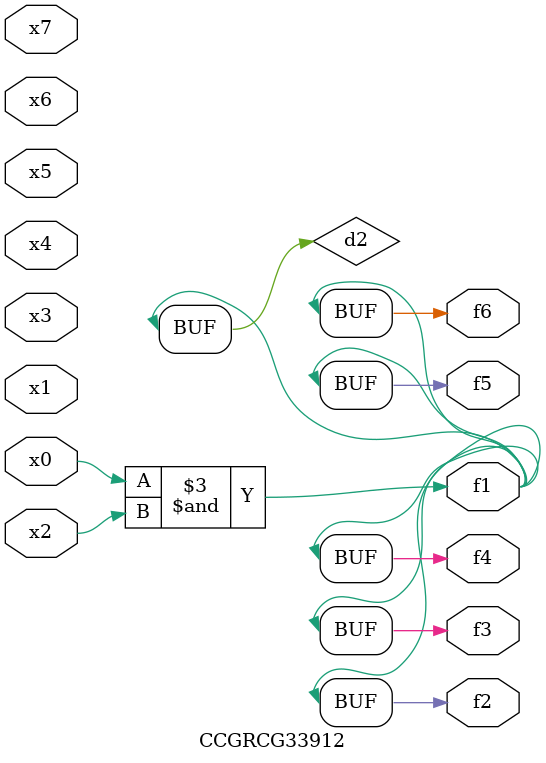
<source format=v>
module CCGRCG33912(
	input x0, x1, x2, x3, x4, x5, x6, x7,
	output f1, f2, f3, f4, f5, f6
);

	wire d1, d2;

	nor (d1, x3, x6);
	and (d2, x0, x2);
	assign f1 = d2;
	assign f2 = d2;
	assign f3 = d2;
	assign f4 = d2;
	assign f5 = d2;
	assign f6 = d2;
endmodule

</source>
